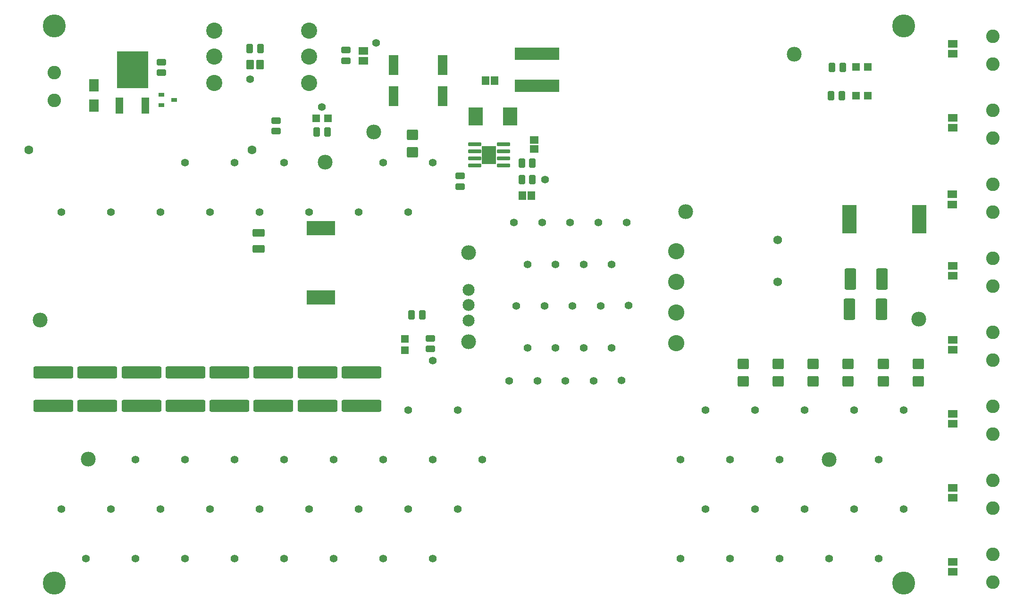
<source format=gts>
G04*
G04 #@! TF.GenerationSoftware,Altium Limited,Altium Designer,20.1.11 (218)*
G04*
G04 Layer_Color=8388736*
%FSAX25Y25*%
%MOIN*%
G70*
G04*
G04 #@! TF.SameCoordinates,E0C1F809-B248-4629-B2B7-0F7BAD0073A3*
G04*
G04*
G04 #@! TF.FilePolarity,Negative*
G04*
G01*
G75*
%ADD32R,0.31500X0.08700*%
G04:AMPARAMS|DCode=43|XSize=54.21mil|YSize=67.99mil|CornerRadius=7.42mil|HoleSize=0mil|Usage=FLASHONLY|Rotation=270.000|XOffset=0mil|YOffset=0mil|HoleType=Round|Shape=RoundedRectangle|*
%AMROUNDEDRECTD43*
21,1,0.05421,0.05315,0,0,270.0*
21,1,0.03937,0.06799,0,0,270.0*
1,1,0.01484,-0.02657,-0.01968*
1,1,0.01484,-0.02657,0.01968*
1,1,0.01484,0.02657,0.01968*
1,1,0.01484,0.02657,-0.01968*
%
%ADD43ROUNDEDRECTD43*%
G04:AMPARAMS|DCode=44|XSize=79.8mil|YSize=73.9mil|CornerRadius=9.39mil|HoleSize=0mil|Usage=FLASHONLY|Rotation=180.000|XOffset=0mil|YOffset=0mil|HoleType=Round|Shape=RoundedRectangle|*
%AMROUNDEDRECTD44*
21,1,0.07980,0.05512,0,0,180.0*
21,1,0.06102,0.07390,0,0,180.0*
1,1,0.01878,-0.03051,0.02756*
1,1,0.01878,0.03051,0.02756*
1,1,0.01878,0.03051,-0.02756*
1,1,0.01878,-0.03051,-0.02756*
%
%ADD44ROUNDEDRECTD44*%
%ADD45R,0.06799X0.14279*%
%ADD46R,0.05618X0.06012*%
G04:AMPARAMS|DCode=47|XSize=46.34mil|YSize=64.06mil|CornerRadius=6.63mil|HoleSize=0mil|Usage=FLASHONLY|Rotation=180.000|XOffset=0mil|YOffset=0mil|HoleType=Round|Shape=RoundedRectangle|*
%AMROUNDEDRECTD47*
21,1,0.04634,0.05079,0,0,180.0*
21,1,0.03307,0.06406,0,0,180.0*
1,1,0.01327,-0.01654,0.02539*
1,1,0.01327,0.01654,0.02539*
1,1,0.01327,0.01654,-0.02539*
1,1,0.01327,-0.01654,-0.02539*
%
%ADD47ROUNDEDRECTD47*%
G04:AMPARAMS|DCode=48|XSize=46.34mil|YSize=64.06mil|CornerRadius=6.63mil|HoleSize=0mil|Usage=FLASHONLY|Rotation=270.000|XOffset=0mil|YOffset=0mil|HoleType=Round|Shape=RoundedRectangle|*
%AMROUNDEDRECTD48*
21,1,0.04634,0.05079,0,0,270.0*
21,1,0.03307,0.06406,0,0,270.0*
1,1,0.01327,-0.02539,-0.01654*
1,1,0.01327,-0.02539,0.01654*
1,1,0.01327,0.02539,0.01654*
1,1,0.01327,0.02539,-0.01654*
%
%ADD48ROUNDEDRECTD48*%
%ADD49R,0.09949X0.12705*%
G04:AMPARAMS|DCode=50|XSize=91.61mil|YSize=28.62mil|CornerRadius=4.27mil|HoleSize=0mil|Usage=FLASHONLY|Rotation=0.000|XOffset=0mil|YOffset=0mil|HoleType=Round|Shape=RoundedRectangle|*
%AMROUNDEDRECTD50*
21,1,0.09161,0.02008,0,0,0.0*
21,1,0.08307,0.02862,0,0,0.0*
1,1,0.00854,0.04153,-0.01004*
1,1,0.00854,-0.04153,-0.01004*
1,1,0.00854,-0.04153,0.01004*
1,1,0.00854,0.04153,0.01004*
%
%ADD50ROUNDEDRECTD50*%
G04:AMPARAMS|DCode=51|XSize=150.67mil|YSize=79.8mil|CornerRadius=9.98mil|HoleSize=0mil|Usage=FLASHONLY|Rotation=90.000|XOffset=0mil|YOffset=0mil|HoleType=Round|Shape=RoundedRectangle|*
%AMROUNDEDRECTD51*
21,1,0.15067,0.05984,0,0,90.0*
21,1,0.13071,0.07980,0,0,90.0*
1,1,0.01996,0.02992,0.06535*
1,1,0.01996,0.02992,-0.06535*
1,1,0.01996,-0.02992,-0.06535*
1,1,0.01996,-0.02992,0.06535*
%
%ADD51ROUNDEDRECTD51*%
G04:AMPARAMS|DCode=52|XSize=83.74mil|YSize=56.18mil|CornerRadius=7.62mil|HoleSize=0mil|Usage=FLASHONLY|Rotation=0.000|XOffset=0mil|YOffset=0mil|HoleType=Round|Shape=RoundedRectangle|*
%AMROUNDEDRECTD52*
21,1,0.08374,0.04095,0,0,0.0*
21,1,0.06850,0.05618,0,0,0.0*
1,1,0.01524,0.03425,-0.02047*
1,1,0.01524,-0.03425,-0.02047*
1,1,0.01524,-0.03425,0.02047*
1,1,0.01524,0.03425,0.02047*
%
%ADD52ROUNDEDRECTD52*%
%ADD53R,0.22350X0.26091*%
%ADD54R,0.05421X0.11721*%
%ADD55R,0.10343X0.20185*%
%ADD56R,0.20185X0.10343*%
%ADD57R,0.05224X0.05224*%
%ADD58R,0.10146X0.12902*%
%ADD59R,0.05224X0.05224*%
%ADD60R,0.04043X0.02862*%
%ADD61R,0.06917X0.09084*%
G04:AMPARAMS|DCode=62|XSize=54.21mil|YSize=67.99mil|CornerRadius=7.42mil|HoleSize=0mil|Usage=FLASHONLY|Rotation=0.000|XOffset=0mil|YOffset=0mil|HoleType=Round|Shape=RoundedRectangle|*
%AMROUNDEDRECTD62*
21,1,0.05421,0.05315,0,0,0.0*
21,1,0.03937,0.06799,0,0,0.0*
1,1,0.01484,0.01968,-0.02657*
1,1,0.01484,-0.01968,-0.02657*
1,1,0.01484,-0.01968,0.02657*
1,1,0.01484,0.01968,0.02657*
%
%ADD62ROUNDEDRECTD62*%
G04:AMPARAMS|DCode=63|XSize=83.74mil|YSize=280.59mil|CornerRadius=10.37mil|HoleSize=0mil|Usage=FLASHONLY|Rotation=90.000|XOffset=0mil|YOffset=0mil|HoleType=Round|Shape=RoundedRectangle|*
%AMROUNDEDRECTD63*
21,1,0.08374,0.25984,0,0,90.0*
21,1,0.06299,0.28059,0,0,90.0*
1,1,0.02075,0.12992,0.03150*
1,1,0.02075,0.12992,-0.03150*
1,1,0.02075,-0.12992,-0.03150*
1,1,0.02075,-0.12992,0.03150*
%
%ADD63ROUNDEDRECTD63*%
%ADD64R,0.06012X0.05618*%
%ADD65C,0.10500*%
%ADD66C,0.11425*%
%ADD67C,0.10461*%
%ADD68C,0.08453*%
%ADD69C,0.11484*%
%ADD70C,0.16248*%
%ADD71C,0.09555*%
%ADD72C,0.06327*%
%ADD73C,0.06200*%
%ADD74C,0.05500*%
%ADD75C,0.02480*%
D32*
X0365900Y0376650D02*
D03*
Y0399150D02*
D03*
D43*
X0659600Y0085364D02*
D03*
Y0092412D02*
D03*
Y0137673D02*
D03*
Y0144720D02*
D03*
Y0242289D02*
D03*
Y0249336D02*
D03*
Y0346905D02*
D03*
Y0353953D02*
D03*
Y0399214D02*
D03*
Y0406261D02*
D03*
Y0033056D02*
D03*
Y0040103D02*
D03*
Y0189981D02*
D03*
Y0197028D02*
D03*
X0659400Y0292776D02*
D03*
Y0299824D02*
D03*
X0243500Y0401420D02*
D03*
Y0394372D02*
D03*
D44*
X0635300Y0167501D02*
D03*
Y0180099D02*
D03*
X0610560Y0167501D02*
D03*
Y0180099D02*
D03*
X0585820Y0167501D02*
D03*
Y0180099D02*
D03*
X0561080Y0167501D02*
D03*
Y0180099D02*
D03*
X0536340Y0167501D02*
D03*
Y0180099D02*
D03*
X0511600Y0167501D02*
D03*
Y0180099D02*
D03*
X0277900Y0342099D02*
D03*
Y0329501D02*
D03*
D45*
X0264735Y0391346D02*
D03*
Y0369299D02*
D03*
X0299500Y0391347D02*
D03*
Y0369300D02*
D03*
D46*
X0355650Y0299000D02*
D03*
X0361950D02*
D03*
X0329750Y0380400D02*
D03*
X0336050D02*
D03*
D47*
X0355240Y0310300D02*
D03*
X0362760D02*
D03*
X0163140Y0402800D02*
D03*
X0170660D02*
D03*
X0355193Y0322000D02*
D03*
X0362713D02*
D03*
X0581860Y0389600D02*
D03*
X0574340D02*
D03*
X0277340Y0214500D02*
D03*
X0284860D02*
D03*
X0581190Y0369500D02*
D03*
X0573671D02*
D03*
X0217960Y0344100D02*
D03*
X0210440D02*
D03*
D48*
X0230900Y0394336D02*
D03*
Y0401856D02*
D03*
X0181700Y0352060D02*
D03*
Y0344540D02*
D03*
X0311700Y0305440D02*
D03*
Y0312960D02*
D03*
X0290800Y0198069D02*
D03*
Y0190550D02*
D03*
X0100700Y0393360D02*
D03*
Y0385840D02*
D03*
D49*
X0332100Y0327700D02*
D03*
D50*
X0322000Y0335200D02*
D03*
Y0330200D02*
D03*
Y0325200D02*
D03*
Y0320200D02*
D03*
X0342200D02*
D03*
Y0325200D02*
D03*
Y0330200D02*
D03*
Y0335200D02*
D03*
D51*
X0609221Y0218500D02*
D03*
X0586779D02*
D03*
X0609821Y0240000D02*
D03*
X0587380D02*
D03*
D52*
X0169300Y0261191D02*
D03*
Y0272609D02*
D03*
D53*
X0080200Y0387898D02*
D03*
D54*
X0089354Y0362702D02*
D03*
X0071047D02*
D03*
D55*
X0586694Y0282200D02*
D03*
X0635906D02*
D03*
D56*
X0213200Y0276113D02*
D03*
Y0226900D02*
D03*
D57*
X0591432Y0389800D02*
D03*
X0599700D02*
D03*
X0591266Y0369500D02*
D03*
X0599534D02*
D03*
X0218334Y0353700D02*
D03*
X0210066D02*
D03*
D58*
X0347000Y0355100D02*
D03*
X0322591D02*
D03*
D59*
X0272826Y0197774D02*
D03*
Y0189506D02*
D03*
D60*
X0109828Y0366700D02*
D03*
X0100772Y0362960D02*
D03*
Y0370440D02*
D03*
D61*
X0053100Y0377111D02*
D03*
Y0362488D02*
D03*
D62*
X0170266Y0391500D02*
D03*
X0163219D02*
D03*
D63*
X0242000Y0173911D02*
D03*
Y0150289D02*
D03*
X0210914Y0173911D02*
D03*
Y0150289D02*
D03*
X0179829Y0173911D02*
D03*
Y0150289D02*
D03*
X0148743Y0173911D02*
D03*
Y0150289D02*
D03*
X0117657Y0173911D02*
D03*
Y0150289D02*
D03*
X0086571Y0173911D02*
D03*
Y0150289D02*
D03*
X0055486Y0173911D02*
D03*
Y0150289D02*
D03*
X0024400Y0173911D02*
D03*
Y0150289D02*
D03*
D64*
X0364100Y0338150D02*
D03*
Y0331850D02*
D03*
D65*
X0216400Y0322500D02*
D03*
X0547600Y0399000D02*
D03*
X0572500Y0112300D02*
D03*
X0635700Y0211500D02*
D03*
X0470900Y0287600D02*
D03*
X0049100Y0112500D02*
D03*
X0014900Y0210900D02*
D03*
X0250600Y0344000D02*
D03*
D66*
X0205100Y0415700D02*
D03*
Y0397196D02*
D03*
Y0378692D02*
D03*
X0137900D02*
D03*
Y0397196D02*
D03*
Y0415700D02*
D03*
D67*
X0317800Y0258500D02*
D03*
Y0195508D02*
D03*
D68*
Y0232437D02*
D03*
Y0221571D02*
D03*
Y0210744D02*
D03*
D69*
X0464257Y0259484D02*
D03*
Y0237831D02*
D03*
Y0216177D02*
D03*
Y0194524D02*
D03*
D70*
X0625000Y0025000D02*
D03*
X0025000D02*
D03*
X0625000Y0419000D02*
D03*
X0025000D02*
D03*
D71*
X0688100Y0045443D02*
D03*
Y0025758D02*
D03*
Y0097751D02*
D03*
Y0078066D02*
D03*
Y0150059D02*
D03*
Y0130374D02*
D03*
Y0202367D02*
D03*
Y0182682D02*
D03*
Y0411600D02*
D03*
Y0391915D02*
D03*
Y0254675D02*
D03*
Y0234990D02*
D03*
Y0306984D02*
D03*
Y0287298D02*
D03*
Y0359292D02*
D03*
Y0339607D02*
D03*
X0025100Y0366357D02*
D03*
Y0386042D02*
D03*
D72*
X0164540Y0331200D02*
D03*
X0007060D02*
D03*
D73*
X0535900Y0267500D02*
D03*
Y0237972D02*
D03*
D74*
X0292500Y0112300D02*
D03*
X0222500D02*
D03*
X0117500D02*
D03*
X0187500D02*
D03*
X0590000Y0147300D02*
D03*
X0310000Y0077300D02*
D03*
X0467500Y0042300D02*
D03*
X0485000Y0077300D02*
D03*
X0625000D02*
D03*
X0607500Y0042300D02*
D03*
X0555000Y0077300D02*
D03*
X0170000D02*
D03*
X0502500Y0042300D02*
D03*
X0240000Y0077300D02*
D03*
X0117500Y0042300D02*
D03*
X0520000Y0147300D02*
D03*
X0275000D02*
D03*
X0222500Y0042300D02*
D03*
X0607500Y0112300D02*
D03*
X0082500D02*
D03*
X0537500Y0042300D02*
D03*
X0555000Y0147300D02*
D03*
X0047500Y0042300D02*
D03*
X0572500D02*
D03*
X0467500Y0112300D02*
D03*
X0502500D02*
D03*
X0485000Y0147300D02*
D03*
X0537500Y0112300D02*
D03*
X0030000Y0077300D02*
D03*
X0310000Y0147300D02*
D03*
X0520000Y0077300D02*
D03*
X0152500Y0042300D02*
D03*
X0187500D02*
D03*
X0327500Y0112300D02*
D03*
X0292500Y0042300D02*
D03*
X0257500D02*
D03*
X0082500D02*
D03*
X0275000Y0077300D02*
D03*
X0590000D02*
D03*
X0100000D02*
D03*
X0065000D02*
D03*
X0135000D02*
D03*
X0625000Y0147300D02*
D03*
X0205000Y0077300D02*
D03*
X0152500Y0112300D02*
D03*
X0257500D02*
D03*
X0292500Y0182300D02*
D03*
X0425750Y0168300D02*
D03*
X0386050Y0167900D02*
D03*
X0346350D02*
D03*
X0405900D02*
D03*
X0366200D02*
D03*
X0371200Y0220900D02*
D03*
X0410900D02*
D03*
X0351350D02*
D03*
X0391050D02*
D03*
X0430750Y0221300D02*
D03*
X0359225Y0191450D02*
D03*
X0379075D02*
D03*
X0398925D02*
D03*
X0418775D02*
D03*
Y0250350D02*
D03*
X0398925D02*
D03*
X0379075D02*
D03*
X0359225D02*
D03*
X0429200Y0279800D02*
D03*
X0409350D02*
D03*
X0389500D02*
D03*
X0369650D02*
D03*
X0349800D02*
D03*
X0371600Y0310300D02*
D03*
X0163305Y0381305D02*
D03*
X0252300Y0406900D02*
D03*
X0213900Y0361700D02*
D03*
X0292500Y0322300D02*
D03*
X0275000Y0287300D02*
D03*
X0257500Y0322300D02*
D03*
X0240000Y0287300D02*
D03*
X0205000D02*
D03*
X0187500Y0322300D02*
D03*
X0170000Y0287300D02*
D03*
X0152500Y0322300D02*
D03*
X0135000Y0287300D02*
D03*
X0117500Y0322300D02*
D03*
X0100000Y0287300D02*
D03*
X0065000D02*
D03*
X0030000D02*
D03*
D75*
X0329541Y0323369D02*
D03*
X0334659D02*
D03*
Y0332031D02*
D03*
X0329541D02*
D03*
Y0327700D02*
D03*
X0334659D02*
D03*
M02*

</source>
